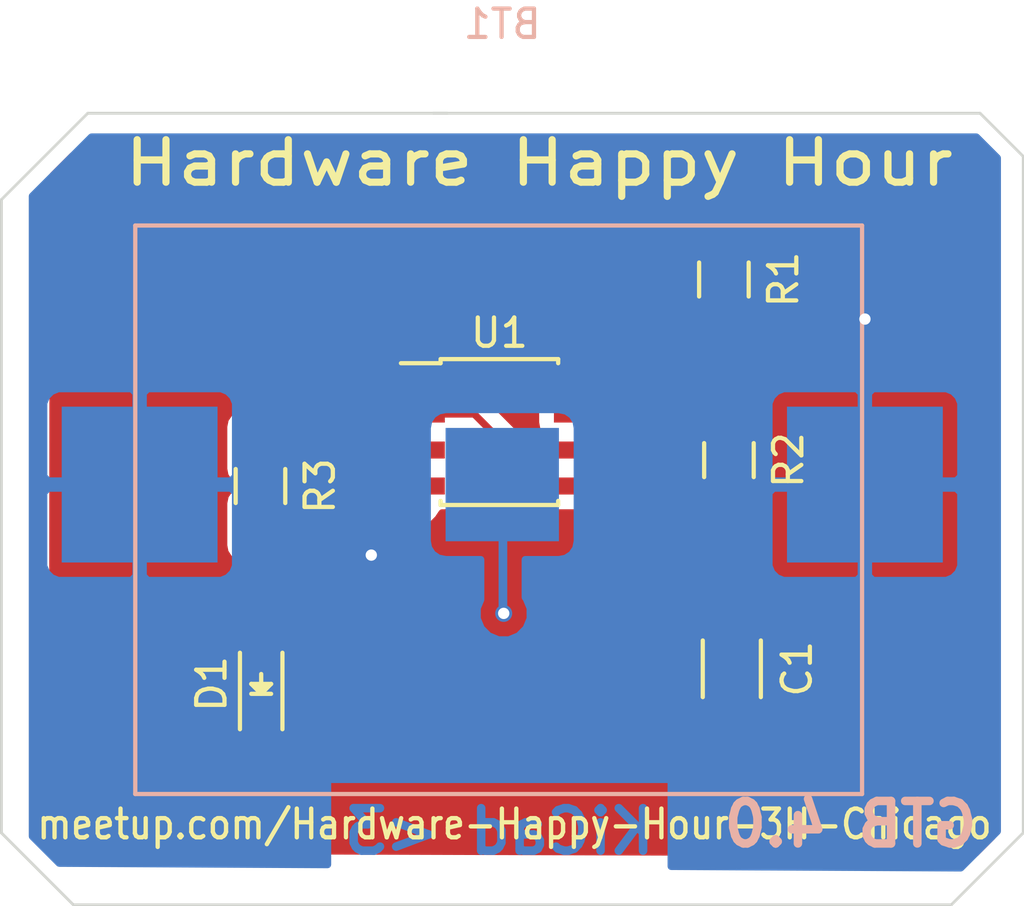
<source format=kicad_pcb>
(kicad_pcb (version 4) (host pcbnew 4.0.4-1.fc25-product)

  (general
    (links 14)
    (no_connects 0)
    (area 159.461999 77.6634 195.630001 109.778001)
    (thickness 1.6)
    (drawings 16)
    (tracks 34)
    (zones 0)
    (modules 7)
    (nets 8)
  )

  (page A4)
  (layers
    (0 F.Cu signal)
    (31 B.Cu signal)
    (32 B.Adhes user)
    (33 F.Adhes user)
    (34 B.Paste user)
    (35 F.Paste user)
    (36 B.SilkS user)
    (37 F.SilkS user)
    (38 B.Mask user)
    (39 F.Mask user)
    (40 Dwgs.User user)
    (41 Cmts.User user)
    (42 Eco1.User user)
    (43 Eco2.User user)
    (44 Edge.Cuts user)
    (45 Margin user)
    (46 B.CrtYd user)
    (47 F.CrtYd user)
    (48 B.Fab user)
    (49 F.Fab user)
  )

  (setup
    (last_trace_width 0.25)
    (trace_clearance 0.2)
    (zone_clearance 0.508)
    (zone_45_only no)
    (trace_min 0.2)
    (segment_width 0.2)
    (edge_width 0.1)
    (via_size 0.6)
    (via_drill 0.4)
    (via_min_size 0.4)
    (via_min_drill 0.3)
    (uvia_size 0.3)
    (uvia_drill 0.1)
    (uvias_allowed no)
    (uvia_min_size 0.2)
    (uvia_min_drill 0.1)
    (pcb_text_width 0.3)
    (pcb_text_size 1.5 1.5)
    (mod_edge_width 0.15)
    (mod_text_size 1 1)
    (mod_text_width 0.15)
    (pad_size 1.5 1.5)
    (pad_drill 0.6)
    (pad_to_mask_clearance 0)
    (aux_axis_origin 0 0)
    (visible_elements FFFFFF7F)
    (pcbplotparams
      (layerselection 0x00030_80000001)
      (usegerberextensions false)
      (excludeedgelayer true)
      (linewidth 0.100000)
      (plotframeref false)
      (viasonmask false)
      (mode 1)
      (useauxorigin false)
      (hpglpennumber 1)
      (hpglpenspeed 20)
      (hpglpendiameter 15)
      (hpglpenoverlay 2)
      (psnegative false)
      (psa4output false)
      (plotreference true)
      (plotvalue true)
      (plotinvisibletext false)
      (padsonsilk false)
      (subtractmaskfromsilk false)
      (outputformat 1)
      (mirror false)
      (drillshape 1)
      (scaleselection 1)
      (outputdirectory ""))
  )

  (net 0 "")
  (net 1 GND)
  (net 2 /VDD)
  (net 3 "Net-(C1-Pad1)")
  (net 4 "Net-(R1-Pad2)")
  (net 5 "Net-(R3-Pad1)")
  (net 6 "Net-(U1-Pad5)")
  (net 7 "Net-(D1-Pad2)")

  (net_class Default "This is the default net class."
    (clearance 0.2)
    (trace_width 0.25)
    (via_dia 0.6)
    (via_drill 0.4)
    (uvia_dia 0.3)
    (uvia_drill 0.1)
    (add_net /VDD)
    (add_net GND)
    (add_net "Net-(C1-Pad1)")
    (add_net "Net-(D1-Pad2)")
    (add_net "Net-(R1-Pad2)")
    (add_net "Net-(R3-Pad1)")
    (add_net "Net-(U1-Pad5)")
  )

  (module GTB:S8211R (layer B.Cu) (tedit 5732B408) (tstamp 5732AD73)
    (at 177.1904 94.8944)
    (path /572C07F8)
    (fp_text reference BT1 (at 0 -16.256) (layer B.SilkS)
      (effects (font (size 1 1) (thickness 0.15)) (justify mirror))
    )
    (fp_text value Battery (at 0 8.89) (layer B.Fab)
      (effects (font (size 1 1) (thickness 0.15)) (justify mirror))
    )
    (fp_line (start -12.954 10.922) (end -12.954 -9.144) (layer B.SilkS) (width 0.15))
    (fp_line (start -12.954 -9.144) (end 12.7 -9.144) (layer B.SilkS) (width 0.15))
    (fp_line (start 12.7 -9.144) (end 12.7 10.922) (layer B.SilkS) (width 0.15))
    (fp_line (start 12.7 10.922) (end -12.954 10.922) (layer B.SilkS) (width 0.15))
    (pad 2 smd rect (at 0 0) (size 4 4) (layers B.Cu B.Paste B.Mask)
      (net 1 GND))
    (pad 1 smd rect (at -12.8 0) (size 5.5 5.5) (layers B.Cu B.Paste B.Mask)
      (net 2 /VDD))
    (pad 1 smd rect (at 12.8 0) (size 5.5 5.5) (layers B.Cu B.Paste B.Mask)
      (net 2 /VDD))
  )

  (module Capacitors_SMD:C_1206_HandSoldering (layer F.Cu) (tedit 541A9C03) (tstamp 5732AD79)
    (at 185.293 101.3968 270)
    (descr "Capacitor SMD 1206, hand soldering")
    (tags "capacitor 1206")
    (path /572C01D3)
    (attr smd)
    (fp_text reference C1 (at 0 -2.3 270) (layer F.SilkS)
      (effects (font (size 1 1) (thickness 0.15)))
    )
    (fp_text value 1U (at 0 2.3 270) (layer F.Fab)
      (effects (font (size 1 1) (thickness 0.15)))
    )
    (fp_line (start -3.3 -1.15) (end 3.3 -1.15) (layer F.CrtYd) (width 0.05))
    (fp_line (start -3.3 1.15) (end 3.3 1.15) (layer F.CrtYd) (width 0.05))
    (fp_line (start -3.3 -1.15) (end -3.3 1.15) (layer F.CrtYd) (width 0.05))
    (fp_line (start 3.3 -1.15) (end 3.3 1.15) (layer F.CrtYd) (width 0.05))
    (fp_line (start 1 -1.025) (end -1 -1.025) (layer F.SilkS) (width 0.15))
    (fp_line (start -1 1.025) (end 1 1.025) (layer F.SilkS) (width 0.15))
    (pad 1 smd rect (at -2 0 270) (size 2 1.6) (layers F.Cu F.Paste F.Mask)
      (net 3 "Net-(C1-Pad1)"))
    (pad 2 smd rect (at 2 0 270) (size 2 1.6) (layers F.Cu F.Paste F.Mask)
      (net 1 GND))
    (model Capacitors_SMD.3dshapes/C_1206_HandSoldering.wrl
      (at (xyz 0 0 0))
      (scale (xyz 1 1 1))
      (rotate (xyz 0 0 0))
    )
  )

  (module LEDs:LED_0805 (layer F.Cu) (tedit 55BDE1C2) (tstamp 5732AD7F)
    (at 168.6814 101.9302 90)
    (descr "LED 0805 smd package")
    (tags "LED 0805 SMD")
    (path /572C0316)
    (attr smd)
    (fp_text reference D1 (at 0 -1.75 90) (layer F.SilkS)
      (effects (font (size 1 1) (thickness 0.15)))
    )
    (fp_text value LED (at 0 1.75 90) (layer F.Fab)
      (effects (font (size 1 1) (thickness 0.15)))
    )
    (fp_line (start -1.6 0.75) (end 1.1 0.75) (layer F.SilkS) (width 0.15))
    (fp_line (start -1.6 -0.75) (end 1.1 -0.75) (layer F.SilkS) (width 0.15))
    (fp_line (start -0.1 0.15) (end -0.1 -0.1) (layer F.SilkS) (width 0.15))
    (fp_line (start -0.1 -0.1) (end -0.25 0.05) (layer F.SilkS) (width 0.15))
    (fp_line (start -0.35 -0.35) (end -0.35 0.35) (layer F.SilkS) (width 0.15))
    (fp_line (start 0 0) (end 0.35 0) (layer F.SilkS) (width 0.15))
    (fp_line (start -0.35 0) (end 0 -0.35) (layer F.SilkS) (width 0.15))
    (fp_line (start 0 -0.35) (end 0 0.35) (layer F.SilkS) (width 0.15))
    (fp_line (start 0 0.35) (end -0.35 0) (layer F.SilkS) (width 0.15))
    (fp_line (start 1.9 -0.95) (end 1.9 0.95) (layer F.CrtYd) (width 0.05))
    (fp_line (start 1.9 0.95) (end -1.9 0.95) (layer F.CrtYd) (width 0.05))
    (fp_line (start -1.9 0.95) (end -1.9 -0.95) (layer F.CrtYd) (width 0.05))
    (fp_line (start -1.9 -0.95) (end 1.9 -0.95) (layer F.CrtYd) (width 0.05))
    (pad 2 smd rect (at 1.04902 0 270) (size 1.19888 1.19888) (layers F.Cu F.Paste F.Mask)
      (net 7 "Net-(D1-Pad2)"))
    (pad 1 smd rect (at -1.04902 0 270) (size 1.19888 1.19888) (layers F.Cu F.Paste F.Mask)
      (net 1 GND))
    (model LEDs.3dshapes/LED_0805.wrl
      (at (xyz 0 0 0))
      (scale (xyz 1 1 1))
      (rotate (xyz 0 0 0))
    )
  )

  (module Resistors_SMD:R_0805_HandSoldering (layer F.Cu) (tedit 54189DEE) (tstamp 5732AD85)
    (at 185.0136 87.6554 270)
    (descr "Resistor SMD 0805, hand soldering")
    (tags "resistor 0805")
    (path /572C00D5)
    (attr smd)
    (fp_text reference R1 (at 0 -2.1 270) (layer F.SilkS)
      (effects (font (size 1 1) (thickness 0.15)))
    )
    (fp_text value 1K (at 0 2.1 270) (layer F.Fab)
      (effects (font (size 1 1) (thickness 0.15)))
    )
    (fp_line (start -2.4 -1) (end 2.4 -1) (layer F.CrtYd) (width 0.05))
    (fp_line (start -2.4 1) (end 2.4 1) (layer F.CrtYd) (width 0.05))
    (fp_line (start -2.4 -1) (end -2.4 1) (layer F.CrtYd) (width 0.05))
    (fp_line (start 2.4 -1) (end 2.4 1) (layer F.CrtYd) (width 0.05))
    (fp_line (start 0.6 0.875) (end -0.6 0.875) (layer F.SilkS) (width 0.15))
    (fp_line (start -0.6 -0.875) (end 0.6 -0.875) (layer F.SilkS) (width 0.15))
    (pad 1 smd rect (at -1.35 0 270) (size 1.5 1.3) (layers F.Cu F.Paste F.Mask)
      (net 2 /VDD))
    (pad 2 smd rect (at 1.35 0 270) (size 1.5 1.3) (layers F.Cu F.Paste F.Mask)
      (net 4 "Net-(R1-Pad2)"))
    (model Resistors_SMD.3dshapes/R_0805_HandSoldering.wrl
      (at (xyz 0 0 0))
      (scale (xyz 1 1 1))
      (rotate (xyz 0 0 0))
    )
  )

  (module Resistors_SMD:R_0805_HandSoldering (layer F.Cu) (tedit 54189DEE) (tstamp 5732AD8B)
    (at 185.1914 94.0308 270)
    (descr "Resistor SMD 0805, hand soldering")
    (tags "resistor 0805")
    (path /572C0088)
    (attr smd)
    (fp_text reference R2 (at 0 -2.1 270) (layer F.SilkS)
      (effects (font (size 1 1) (thickness 0.15)))
    )
    (fp_text value 470K (at 0 2.1 270) (layer F.Fab)
      (effects (font (size 1 1) (thickness 0.15)))
    )
    (fp_line (start -2.4 -1) (end 2.4 -1) (layer F.CrtYd) (width 0.05))
    (fp_line (start -2.4 1) (end 2.4 1) (layer F.CrtYd) (width 0.05))
    (fp_line (start -2.4 -1) (end -2.4 1) (layer F.CrtYd) (width 0.05))
    (fp_line (start 2.4 -1) (end 2.4 1) (layer F.CrtYd) (width 0.05))
    (fp_line (start 0.6 0.875) (end -0.6 0.875) (layer F.SilkS) (width 0.15))
    (fp_line (start -0.6 -0.875) (end 0.6 -0.875) (layer F.SilkS) (width 0.15))
    (pad 1 smd rect (at -1.35 0 270) (size 1.5 1.3) (layers F.Cu F.Paste F.Mask)
      (net 4 "Net-(R1-Pad2)"))
    (pad 2 smd rect (at 1.35 0 270) (size 1.5 1.3) (layers F.Cu F.Paste F.Mask)
      (net 3 "Net-(C1-Pad1)"))
    (model Resistors_SMD.3dshapes/R_0805_HandSoldering.wrl
      (at (xyz 0 0 0))
      (scale (xyz 1 1 1))
      (rotate (xyz 0 0 0))
    )
  )

  (module Resistors_SMD:R_0805_HandSoldering (layer F.Cu) (tedit 54189DEE) (tstamp 5732AD91)
    (at 168.656 94.9452 270)
    (descr "Resistor SMD 0805, hand soldering")
    (tags "resistor 0805")
    (path /572C0236)
    (attr smd)
    (fp_text reference R3 (at 0 -2.1 270) (layer F.SilkS)
      (effects (font (size 1 1) (thickness 0.15)))
    )
    (fp_text value 1K (at 0 2.1 270) (layer F.Fab)
      (effects (font (size 1 1) (thickness 0.15)))
    )
    (fp_line (start -2.4 -1) (end 2.4 -1) (layer F.CrtYd) (width 0.05))
    (fp_line (start -2.4 1) (end 2.4 1) (layer F.CrtYd) (width 0.05))
    (fp_line (start -2.4 -1) (end -2.4 1) (layer F.CrtYd) (width 0.05))
    (fp_line (start 2.4 -1) (end 2.4 1) (layer F.CrtYd) (width 0.05))
    (fp_line (start 0.6 0.875) (end -0.6 0.875) (layer F.SilkS) (width 0.15))
    (fp_line (start -0.6 -0.875) (end 0.6 -0.875) (layer F.SilkS) (width 0.15))
    (pad 1 smd rect (at -1.35 0 270) (size 1.5 1.3) (layers F.Cu F.Paste F.Mask)
      (net 5 "Net-(R3-Pad1)"))
    (pad 2 smd rect (at 1.35 0 270) (size 1.5 1.3) (layers F.Cu F.Paste F.Mask)
      (net 7 "Net-(D1-Pad2)"))
    (model Resistors_SMD.3dshapes/R_0805_HandSoldering.wrl
      (at (xyz 0 0 0))
      (scale (xyz 1 1 1))
      (rotate (xyz 0 0 0))
    )
  )

  (module Housings_SOIC:SOIC-8_3.9x4.9mm_Pitch1.27mm (layer F.Cu) (tedit 54130A77) (tstamp 5732AD9D)
    (at 177.0888 93.0402)
    (descr "8-Lead Plastic Small Outline (SN) - Narrow, 3.90 mm Body [SOIC] (see Microchip Packaging Specification 00000049BS.pdf)")
    (tags "SOIC 1.27")
    (path /572A4844)
    (attr smd)
    (fp_text reference U1 (at 0 -3.5) (layer F.SilkS)
      (effects (font (size 1 1) (thickness 0.15)))
    )
    (fp_text value 7555 (at 0 3.5) (layer F.Fab)
      (effects (font (size 1 1) (thickness 0.15)))
    )
    (fp_line (start -3.75 -2.75) (end -3.75 2.75) (layer F.CrtYd) (width 0.05))
    (fp_line (start 3.75 -2.75) (end 3.75 2.75) (layer F.CrtYd) (width 0.05))
    (fp_line (start -3.75 -2.75) (end 3.75 -2.75) (layer F.CrtYd) (width 0.05))
    (fp_line (start -3.75 2.75) (end 3.75 2.75) (layer F.CrtYd) (width 0.05))
    (fp_line (start -2.075 -2.575) (end -2.075 -2.43) (layer F.SilkS) (width 0.15))
    (fp_line (start 2.075 -2.575) (end 2.075 -2.43) (layer F.SilkS) (width 0.15))
    (fp_line (start 2.075 2.575) (end 2.075 2.43) (layer F.SilkS) (width 0.15))
    (fp_line (start -2.075 2.575) (end -2.075 2.43) (layer F.SilkS) (width 0.15))
    (fp_line (start -2.075 -2.575) (end 2.075 -2.575) (layer F.SilkS) (width 0.15))
    (fp_line (start -2.075 2.575) (end 2.075 2.575) (layer F.SilkS) (width 0.15))
    (fp_line (start -2.075 -2.43) (end -3.475 -2.43) (layer F.SilkS) (width 0.15))
    (pad 1 smd rect (at -2.7 -1.905) (size 1.55 0.6) (layers F.Cu F.Paste F.Mask)
      (net 1 GND))
    (pad 2 smd rect (at -2.7 -0.635) (size 1.55 0.6) (layers F.Cu F.Paste F.Mask)
      (net 3 "Net-(C1-Pad1)"))
    (pad 3 smd rect (at -2.7 0.635) (size 1.55 0.6) (layers F.Cu F.Paste F.Mask)
      (net 5 "Net-(R3-Pad1)"))
    (pad 4 smd rect (at -2.7 1.905) (size 1.55 0.6) (layers F.Cu F.Paste F.Mask)
      (net 2 /VDD))
    (pad 5 smd rect (at 2.7 1.905) (size 1.55 0.6) (layers F.Cu F.Paste F.Mask)
      (net 6 "Net-(U1-Pad5)"))
    (pad 6 smd rect (at 2.7 0.635) (size 1.55 0.6) (layers F.Cu F.Paste F.Mask)
      (net 3 "Net-(C1-Pad1)"))
    (pad 7 smd rect (at 2.7 -0.635) (size 1.55 0.6) (layers F.Cu F.Paste F.Mask)
      (net 4 "Net-(R1-Pad2)"))
    (pad 8 smd rect (at 2.7 -1.905) (size 1.55 0.6) (layers F.Cu F.Paste F.Mask)
      (net 2 /VDD))
    (model Housings_SOIC.3dshapes/SOIC-8_3.9x4.9mm_Pitch1.27mm.wrl
      (at (xyz 0 0 0))
      (scale (xyz 1 1 1))
      (rotate (xyz 0 0 0))
    )
  )

  (gr_line (start 194.056 81.788) (end 174.752 81.788) (angle 90) (layer Edge.Cuts) (width 0.1))
  (gr_line (start 195.58 83.312) (end 194.056 81.788) (angle 90) (layer Edge.Cuts) (width 0.1))
  (gr_line (start 195.58 107.188) (end 195.58 83.312) (angle 90) (layer Edge.Cuts) (width 0.1))
  (gr_line (start 193.04 109.728) (end 195.58 107.188) (angle 90) (layer Edge.Cuts) (width 0.1))
  (gr_line (start 162.052 109.728) (end 193.04 109.728) (angle 90) (layer Edge.Cuts) (width 0.1))
  (gr_line (start 159.512 107.188) (end 162.052 109.728) (angle 90) (layer Edge.Cuts) (width 0.1))
  (gr_line (start 159.512 84.836) (end 159.512 107.188) (angle 90) (layer Edge.Cuts) (width 0.1))
  (gr_line (start 162.56 81.788) (end 159.512 84.836) (angle 90) (layer Edge.Cuts) (width 0.1))
  (gr_line (start 175.26 81.788) (end 162.56 81.788) (angle 90) (layer Edge.Cuts) (width 0.1))
  (gr_text "GTB 4.0" (at 189.484 106.8832) (layer B.SilkS)
    (effects (font (size 1.5 1.5) (thickness 0.3)) (justify mirror))
  )
  (gr_text "Hardware Happy Hour" (at 178.4858 83.5406) (layer F.SilkS)
    (effects (font (size 1.5 1.778) (thickness 0.254)))
  )
  (gr_text meetup.com/Hardware-Happy-Hour-3H-Chicago (at 177.6222 106.8832) (layer F.SilkS)
    (effects (font (size 1.016 0.889) (thickness 0.1524)))
  )
  (gr_text "KiCad <3" (at 177.0888 107.1372) (layer B.Mask)
    (effects (font (size 1.5 1.5) (thickness 0.3)) (justify mirror))
  )
  (gr_text "KiCad <3" (at 177.0888 107.1372) (layer B.Cu)
    (effects (font (size 1.5 1.5) (thickness 0.3)) (justify mirror))
  )
  (gr_text "CHICAGO\n" (at 176.6062 87.376) (layer F.Mask)
    (effects (font (size 1.5 1.27) (thickness 0.1905)))
  )
  (gr_text CHICAGO (at 176.6062 87.376) (layer F.Cu)
    (effects (font (size 1.5 1.27) (thickness 0.1905)))
  )

  (segment (start 181.197 103.3968) (end 185.293 103.3968) (width 0.25) (layer F.Cu) (net 1) (tstamp 5732C54A))
  (segment (start 177.2412 99.441) (end 181.197 103.3968) (width 0.25) (layer F.Cu) (net 1) (tstamp 5732C549))
  (via (at 177.2412 99.441) (size 0.6) (drill 0.4) (layers F.Cu B.Cu) (net 1))
  (segment (start 177.2412 94.9452) (end 177.2412 99.441) (width 0.25) (layer B.Cu) (net 1) (tstamp 5732C541))
  (segment (start 177.1904 94.8944) (end 177.2412 94.9452) (width 0.25) (layer B.Cu) (net 1) (tstamp 5732C534))
  (segment (start 177.1904 99.441) (end 177.1904 94.8944) (width 0.25) (layer B.Cu) (net 1) (tstamp 5732C530))
  (segment (start 177.1904 94.8944) (end 177.1904 99.441) (width 0.25) (layer B.Cu) (net 1))
  (via (at 172.5676 97.3836) (size 0.6) (drill 0.4) (layers F.Cu B.Cu) (net 2))
  (segment (start 174.3888 95.5624) (end 172.5676 97.3836) (width 0.25) (layer F.Cu) (net 2) (tstamp 5732C5E5))
  (segment (start 174.3888 94.9452) (end 174.3888 95.5624) (width 0.25) (layer F.Cu) (net 2))
  (segment (start 187.245 86.3054) (end 185.0136 86.3054) (width 0.25) (layer F.Cu) (net 2) (tstamp 5732C5C2))
  (segment (start 189.992 89.0524) (end 187.245 86.3054) (width 0.25) (layer F.Cu) (net 2) (tstamp 5732C5C1))
  (via (at 189.992 89.0524) (size 0.6) (drill 0.4) (layers F.Cu B.Cu) (net 2))
  (segment (start 189.9904 89.0508) (end 189.992 89.0524) (width 0.25) (layer B.Cu) (net 2) (tstamp 5732C5AD))
  (segment (start 189.9904 94.8944) (end 189.9904 89.0508) (width 0.25) (layer B.Cu) (net 2))
  (segment (start 179.7888 91.1352) (end 179.7888 90.01) (width 0.25) (layer F.Cu) (net 2))
  (segment (start 183.4934 86.3054) (end 185.0136 86.3054) (width 0.25) (layer F.Cu) (net 2) (tstamp 5732C25E))
  (segment (start 179.7888 90.01) (end 183.4934 86.3054) (width 0.25) (layer F.Cu) (net 2) (tstamp 5732C25C))
  (segment (start 183.4426 95.3808) (end 185.1914 95.3808) (width 0.25) (layer F.Cu) (net 3) (tstamp 5732C62F))
  (segment (start 181.737 93.6752) (end 183.4426 95.3808) (width 0.25) (layer F.Cu) (net 3) (tstamp 5732C62B))
  (segment (start 179.7888 93.6752) (end 181.737 93.6752) (width 0.25) (layer F.Cu) (net 3))
  (segment (start 174.3888 92.4052) (end 176.1998 92.4052) (width 0.25) (layer F.Cu) (net 3))
  (segment (start 177.4698 93.6752) (end 179.7888 93.6752) (width 0.25) (layer F.Cu) (net 3) (tstamp 5732C622))
  (segment (start 176.1998 92.4052) (end 177.4698 93.6752) (width 0.25) (layer F.Cu) (net 3) (tstamp 5732C61D))
  (segment (start 185.293 99.3968) (end 185.293 95.4824) (width 0.25) (layer F.Cu) (net 3))
  (segment (start 185.293 95.4824) (end 185.1914 95.3808) (width 0.25) (layer F.Cu) (net 3) (tstamp 5732C26A))
  (segment (start 179.7888 92.4052) (end 184.9158 92.4052) (width 0.25) (layer F.Cu) (net 4))
  (segment (start 184.9158 92.4052) (end 185.1914 92.6808) (width 0.25) (layer F.Cu) (net 4) (tstamp 5732C270))
  (segment (start 185.1914 92.6808) (end 185.1914 89.1832) (width 0.25) (layer F.Cu) (net 4))
  (segment (start 185.1914 89.1832) (end 185.0136 89.0054) (width 0.25) (layer F.Cu) (net 4) (tstamp 5732C26D))
  (segment (start 168.656 93.5952) (end 174.3088 93.5952) (width 0.25) (layer F.Cu) (net 5))
  (segment (start 174.3088 93.5952) (end 174.3888 93.6752) (width 0.25) (layer F.Cu) (net 5) (tstamp 5732C273))
  (segment (start 168.656 96.2952) (end 168.656 100.85578) (width 0.25) (layer F.Cu) (net 7))
  (segment (start 168.656 100.85578) (end 168.6814 100.88118) (width 0.25) (layer F.Cu) (net 7) (tstamp 5732C395))

  (zone (net 1) (net_name GND) (layer F.Cu) (tstamp 5732C3CD) (hatch edge 0.508)
    (connect_pads (clearance 0.508))
    (min_thickness 0.254)
    (fill yes (arc_segments 16) (thermal_gap 0.508) (thermal_bridge_width 0.508))
    (polygon
      (pts
        (xy 161.2138 83.1596) (xy 194.6148 83.1342) (xy 194.6148 108.0262) (xy 161.1884 107.9246)
      )
    )
    (filled_polygon
      (pts
        (xy 194.4878 107.311464) (xy 193.90223 107.897034) (xy 161.31553 107.797986) (xy 161.320179 103.26497) (xy 167.44696 103.26497)
        (xy 167.44696 103.704969) (xy 167.543633 103.938358) (xy 167.722261 104.116987) (xy 167.95565 104.21366) (xy 168.39565 104.21366)
        (xy 168.5544 104.05491) (xy 168.5544 103.10622) (xy 168.8084 103.10622) (xy 168.8084 104.05491) (xy 168.96715 104.21366)
        (xy 169.40715 104.21366) (xy 169.640539 104.116987) (xy 169.819167 103.938358) (xy 169.91584 103.704969) (xy 169.91584 103.68255)
        (xy 183.858 103.68255) (xy 183.858 104.523109) (xy 183.954673 104.756498) (xy 184.133301 104.935127) (xy 184.36669 105.0318)
        (xy 185.00725 105.0318) (xy 185.166 104.87305) (xy 185.166 103.5238) (xy 185.42 103.5238) (xy 185.42 104.87305)
        (xy 185.57875 105.0318) (xy 186.21931 105.0318) (xy 186.452699 104.935127) (xy 186.631327 104.756498) (xy 186.728 104.523109)
        (xy 186.728 103.68255) (xy 186.56925 103.5238) (xy 185.42 103.5238) (xy 185.166 103.5238) (xy 184.01675 103.5238)
        (xy 183.858 103.68255) (xy 169.91584 103.68255) (xy 169.91584 103.26497) (xy 169.75709 103.10622) (xy 168.8084 103.10622)
        (xy 168.5544 103.10622) (xy 167.60571 103.10622) (xy 167.44696 103.26497) (xy 161.320179 103.26497) (xy 161.330866 92.8452)
        (xy 167.35856 92.8452) (xy 167.35856 94.3452) (xy 167.402838 94.580517) (xy 167.54191 94.796641) (xy 167.75411 94.941631)
        (xy 167.767197 94.944281) (xy 167.554559 95.08111) (xy 167.409569 95.29331) (xy 167.35856 95.5452) (xy 167.35856 97.0452)
        (xy 167.402838 97.280517) (xy 167.54191 97.496641) (xy 167.75411 97.641631) (xy 167.896 97.670364) (xy 167.896 99.669291)
        (xy 167.846643 99.678578) (xy 167.630519 99.81765) (xy 167.485529 100.02985) (xy 167.43452 100.28174) (xy 167.43452 101.48062)
        (xy 167.478798 101.715937) (xy 167.61787 101.932061) (xy 167.626059 101.937656) (xy 167.543633 102.020082) (xy 167.44696 102.253471)
        (xy 167.44696 102.69347) (xy 167.60571 102.85222) (xy 168.5544 102.85222) (xy 168.5544 102.83222) (xy 168.8084 102.83222)
        (xy 168.8084 102.85222) (xy 169.75709 102.85222) (xy 169.91584 102.69347) (xy 169.91584 102.270491) (xy 183.858 102.270491)
        (xy 183.858 103.11105) (xy 184.01675 103.2698) (xy 185.166 103.2698) (xy 185.166 101.92055) (xy 185.42 101.92055)
        (xy 185.42 103.2698) (xy 186.56925 103.2698) (xy 186.728 103.11105) (xy 186.728 102.270491) (xy 186.631327 102.037102)
        (xy 186.452699 101.858473) (xy 186.21931 101.7618) (xy 185.57875 101.7618) (xy 185.42 101.92055) (xy 185.166 101.92055)
        (xy 185.00725 101.7618) (xy 184.36669 101.7618) (xy 184.133301 101.858473) (xy 183.954673 102.037102) (xy 183.858 102.270491)
        (xy 169.91584 102.270491) (xy 169.91584 102.253471) (xy 169.819167 102.020082) (xy 169.736955 101.937869) (xy 169.877271 101.73251)
        (xy 169.92828 101.48062) (xy 169.92828 100.28174) (xy 169.884002 100.046423) (xy 169.74493 99.830299) (xy 169.53273 99.685309)
        (xy 169.416 99.661671) (xy 169.416 97.671942) (xy 169.541317 97.648362) (xy 169.757441 97.50929) (xy 169.902431 97.29709)
        (xy 169.95344 97.0452) (xy 169.95344 95.5452) (xy 169.909162 95.309883) (xy 169.77009 95.093759) (xy 169.55789 94.948769)
        (xy 169.544803 94.946119) (xy 169.757441 94.80929) (xy 169.902431 94.59709) (xy 169.951415 94.3552) (xy 173.043408 94.3552)
        (xy 173.017369 94.39331) (xy 172.96636 94.6452) (xy 172.96636 95.2452) (xy 173.010638 95.480517) (xy 173.14971 95.696641)
        (xy 173.16756 95.708838) (xy 172.42792 96.448478) (xy 172.382433 96.448438) (xy 172.038657 96.590483) (xy 171.775408 96.853273)
        (xy 171.632762 97.196801) (xy 171.632438 97.568767) (xy 171.774483 97.912543) (xy 172.037273 98.175792) (xy 172.380801 98.318438)
        (xy 172.752767 98.318762) (xy 173.096543 98.176717) (xy 173.359792 97.913927) (xy 173.502438 97.570399) (xy 173.502479 97.523523)
        (xy 174.926201 96.099801) (xy 175.064621 95.89264) (xy 175.1638 95.89264) (xy 175.399117 95.848362) (xy 175.615241 95.70929)
        (xy 175.760231 95.49709) (xy 175.81124 95.2452) (xy 175.81124 94.6452) (xy 175.766962 94.409883) (xy 175.703122 94.310672)
        (xy 175.760231 94.22709) (xy 175.81124 93.9752) (xy 175.81124 93.3752) (xy 175.771726 93.1652) (xy 175.884998 93.1652)
        (xy 176.932399 94.212601) (xy 177.17896 94.377348) (xy 177.4698 94.4352) (xy 178.408886 94.4352) (xy 178.36636 94.6452)
        (xy 178.36636 95.2452) (xy 178.410638 95.480517) (xy 178.54971 95.696641) (xy 178.76191 95.841631) (xy 179.0138 95.89264)
        (xy 180.5638 95.89264) (xy 180.799117 95.848362) (xy 181.015241 95.70929) (xy 181.160231 95.49709) (xy 181.21124 95.2452)
        (xy 181.21124 94.6452) (xy 181.171726 94.4352) (xy 181.422198 94.4352) (xy 182.905199 95.918201) (xy 183.151761 96.082948)
        (xy 183.4426 96.1408) (xy 183.895842 96.1408) (xy 183.938238 96.366117) (xy 184.07731 96.582241) (xy 184.28951 96.727231)
        (xy 184.533 96.776539) (xy 184.533 97.74936) (xy 184.493 97.74936) (xy 184.257683 97.793638) (xy 184.041559 97.93271)
        (xy 183.896569 98.14491) (xy 183.84556 98.3968) (xy 183.84556 100.3968) (xy 183.889838 100.632117) (xy 184.02891 100.848241)
        (xy 184.24111 100.993231) (xy 184.493 101.04424) (xy 186.093 101.04424) (xy 186.328317 100.999962) (xy 186.544441 100.86089)
        (xy 186.689431 100.64869) (xy 186.74044 100.3968) (xy 186.74044 98.3968) (xy 186.696162 98.161483) (xy 186.55709 97.945359)
        (xy 186.34489 97.800369) (xy 186.093 97.74936) (xy 186.053 97.74936) (xy 186.053 96.738425) (xy 186.076717 96.733962)
        (xy 186.292841 96.59489) (xy 186.437831 96.38269) (xy 186.48884 96.1308) (xy 186.48884 94.6308) (xy 186.444562 94.395483)
        (xy 186.30549 94.179359) (xy 186.09329 94.034369) (xy 186.080203 94.031719) (xy 186.292841 93.89489) (xy 186.437831 93.68269)
        (xy 186.48884 93.4308) (xy 186.48884 91.9308) (xy 186.444562 91.695483) (xy 186.30549 91.479359) (xy 186.09329 91.334369)
        (xy 185.9514 91.305636) (xy 185.9514 90.32479) (xy 186.115041 90.21949) (xy 186.260031 90.00729) (xy 186.31104 89.7554)
        (xy 186.31104 88.2554) (xy 186.266762 88.020083) (xy 186.12769 87.803959) (xy 185.91549 87.658969) (xy 185.902403 87.656319)
        (xy 186.115041 87.51949) (xy 186.260031 87.30729) (xy 186.309015 87.0654) (xy 186.930198 87.0654) (xy 189.056878 89.19208)
        (xy 189.056838 89.237567) (xy 189.198883 89.581343) (xy 189.461673 89.844592) (xy 189.805201 89.987238) (xy 190.177167 89.987562)
        (xy 190.520943 89.845517) (xy 190.784192 89.582727) (xy 190.926838 89.239199) (xy 190.927162 88.867233) (xy 190.785117 88.523457)
        (xy 190.522327 88.260208) (xy 190.178799 88.117562) (xy 190.131923 88.117521) (xy 187.782401 85.767999) (xy 187.535839 85.603252)
        (xy 187.245 85.5454) (xy 186.309158 85.5454) (xy 186.266762 85.320083) (xy 186.12769 85.103959) (xy 185.91549 84.958969)
        (xy 185.6636 84.90796) (xy 184.3636 84.90796) (xy 184.128283 84.952238) (xy 183.912159 85.09131) (xy 183.767169 85.30351)
        (xy 183.718185 85.5454) (xy 183.4934 85.5454) (xy 183.202561 85.603252) (xy 182.955999 85.767999) (xy 181.323343 87.400655)
        (xy 181.323343 85.59575) (xy 171.889058 85.59575) (xy 171.889058 89.30625) (xy 179.417748 89.30625) (xy 179.251399 89.472599)
        (xy 179.086652 89.719161) (xy 179.0288 90.01) (xy 179.0288 90.18776) (xy 179.0138 90.18776) (xy 178.778483 90.232038)
        (xy 178.562359 90.37111) (xy 178.417369 90.58331) (xy 178.36636 90.8352) (xy 178.36636 91.4352) (xy 178.410638 91.670517)
        (xy 178.474478 91.769728) (xy 178.417369 91.85331) (xy 178.36636 92.1052) (xy 178.36636 92.7052) (xy 178.405874 92.9152)
        (xy 177.784602 92.9152) (xy 176.737201 91.867799) (xy 176.490639 91.703052) (xy 176.1998 91.6452) (xy 175.764134 91.6452)
        (xy 175.7988 91.56151) (xy 175.7988 91.42095) (xy 175.64005 91.2622) (xy 174.5158 91.2622) (xy 174.5158 91.2822)
        (xy 174.2618 91.2822) (xy 174.2618 91.2622) (xy 173.13755 91.2622) (xy 172.9788 91.42095) (xy 172.9788 91.56151)
        (xy 173.068606 91.778322) (xy 173.017369 91.85331) (xy 172.96636 92.1052) (xy 172.96636 92.7052) (xy 172.990821 92.8352)
        (xy 169.951558 92.8352) (xy 169.909162 92.609883) (xy 169.77009 92.393759) (xy 169.55789 92.248769) (xy 169.306 92.19776)
        (xy 168.006 92.19776) (xy 167.770683 92.242038) (xy 167.554559 92.38111) (xy 167.409569 92.59331) (xy 167.35856 92.8452)
        (xy 161.330866 92.8452) (xy 161.333057 90.70889) (xy 172.9788 90.70889) (xy 172.9788 90.84945) (xy 173.13755 91.0082)
        (xy 174.2618 91.0082) (xy 174.2618 90.35895) (xy 174.5158 90.35895) (xy 174.5158 91.0082) (xy 175.64005 91.0082)
        (xy 175.7988 90.84945) (xy 175.7988 90.70889) (xy 175.702127 90.475501) (xy 175.523498 90.296873) (xy 175.290109 90.2002)
        (xy 174.67455 90.2002) (xy 174.5158 90.35895) (xy 174.2618 90.35895) (xy 174.10305 90.2002) (xy 173.487491 90.2002)
        (xy 173.254102 90.296873) (xy 173.075473 90.475501) (xy 172.9788 90.70889) (xy 161.333057 90.70889) (xy 161.339962 83.976774)
        (xy 162.030757 83.285979) (xy 194.4878 83.261297)
      )
    )
  )
  (zone (net 2) (net_name /VDD) (layer B.Cu) (tstamp 5732C425) (hatch edge 0.508)
    (connect_pads (clearance 0.508))
    (min_thickness 0.254)
    (fill yes (arc_segments 16) (thermal_gap 0.508) (thermal_bridge_width 0.508))
    (polygon
      (pts
        (xy 160.4772 82.4992) (xy 194.7926 82.4992) (xy 194.7926 108.5596) (xy 160.4772 108.3818)
      )
    )
    (filled_polygon
      (pts
        (xy 194.6656 83.366336) (xy 194.6656 107.133664) (xy 193.374015 108.425249) (xy 183.152372 108.372287) (xy 183.152372 105.3022)
        (xy 171.025229 105.3022) (xy 171.025229 108.309452) (xy 161.55311 108.260374) (xy 160.6042 107.311464) (xy 160.6042 95.18015)
        (xy 161.0054 95.18015) (xy 161.0054 97.77071) (xy 161.102073 98.004099) (xy 161.280702 98.182727) (xy 161.514091 98.2794)
        (xy 164.10465 98.2794) (xy 164.2634 98.12065) (xy 164.2634 95.0214) (xy 164.5174 95.0214) (xy 164.5174 98.12065)
        (xy 164.67615 98.2794) (xy 167.266709 98.2794) (xy 167.500098 98.182727) (xy 167.678727 98.004099) (xy 167.7754 97.77071)
        (xy 167.7754 95.18015) (xy 167.61665 95.0214) (xy 164.5174 95.0214) (xy 164.2634 95.0214) (xy 161.16415 95.0214)
        (xy 161.0054 95.18015) (xy 160.6042 95.18015) (xy 160.6042 92.01809) (xy 161.0054 92.01809) (xy 161.0054 94.60865)
        (xy 161.16415 94.7674) (xy 164.2634 94.7674) (xy 164.2634 91.66815) (xy 164.5174 91.66815) (xy 164.5174 94.7674)
        (xy 167.61665 94.7674) (xy 167.7754 94.60865) (xy 167.7754 92.8944) (xy 174.54296 92.8944) (xy 174.54296 96.8944)
        (xy 174.587238 97.129717) (xy 174.72631 97.345841) (xy 174.93851 97.490831) (xy 175.1904 97.54184) (xy 176.4304 97.54184)
        (xy 176.4304 98.955486) (xy 176.306362 99.254201) (xy 176.306038 99.626167) (xy 176.448083 99.969943) (xy 176.710873 100.233192)
        (xy 177.054401 100.375838) (xy 177.426367 100.376162) (xy 177.770143 100.234117) (xy 178.033392 99.971327) (xy 178.176038 99.627799)
        (xy 178.176362 99.255833) (xy 178.034317 98.912057) (xy 178.0012 98.878882) (xy 178.0012 97.54184) (xy 179.1904 97.54184)
        (xy 179.425717 97.497562) (xy 179.641841 97.35849) (xy 179.786831 97.14629) (xy 179.83784 96.8944) (xy 179.83784 95.18015)
        (xy 186.6054 95.18015) (xy 186.6054 97.77071) (xy 186.702073 98.004099) (xy 186.880702 98.182727) (xy 187.114091 98.2794)
        (xy 189.70465 98.2794) (xy 189.8634 98.12065) (xy 189.8634 95.0214) (xy 190.1174 95.0214) (xy 190.1174 98.12065)
        (xy 190.27615 98.2794) (xy 192.866709 98.2794) (xy 193.100098 98.182727) (xy 193.278727 98.004099) (xy 193.3754 97.77071)
        (xy 193.3754 95.18015) (xy 193.21665 95.0214) (xy 190.1174 95.0214) (xy 189.8634 95.0214) (xy 186.76415 95.0214)
        (xy 186.6054 95.18015) (xy 179.83784 95.18015) (xy 179.83784 92.8944) (xy 179.793562 92.659083) (xy 179.65449 92.442959)
        (xy 179.44229 92.297969) (xy 179.1904 92.24696) (xy 175.1904 92.24696) (xy 174.955083 92.291238) (xy 174.738959 92.43031)
        (xy 174.593969 92.64251) (xy 174.54296 92.8944) (xy 167.7754 92.8944) (xy 167.7754 92.01809) (xy 186.6054 92.01809)
        (xy 186.6054 94.60865) (xy 186.76415 94.7674) (xy 189.8634 94.7674) (xy 189.8634 91.66815) (xy 190.1174 91.66815)
        (xy 190.1174 94.7674) (xy 193.21665 94.7674) (xy 193.3754 94.60865) (xy 193.3754 92.01809) (xy 193.278727 91.784701)
        (xy 193.100098 91.606073) (xy 192.866709 91.5094) (xy 190.27615 91.5094) (xy 190.1174 91.66815) (xy 189.8634 91.66815)
        (xy 189.70465 91.5094) (xy 187.114091 91.5094) (xy 186.880702 91.606073) (xy 186.702073 91.784701) (xy 186.6054 92.01809)
        (xy 167.7754 92.01809) (xy 167.678727 91.784701) (xy 167.500098 91.606073) (xy 167.266709 91.5094) (xy 164.67615 91.5094)
        (xy 164.5174 91.66815) (xy 164.2634 91.66815) (xy 164.10465 91.5094) (xy 161.514091 91.5094) (xy 161.280702 91.606073)
        (xy 161.102073 91.784701) (xy 161.0054 92.01809) (xy 160.6042 92.01809) (xy 160.6042 84.712536) (xy 162.690536 82.6262)
        (xy 193.925464 82.6262)
      )
    )
  )
)

</source>
